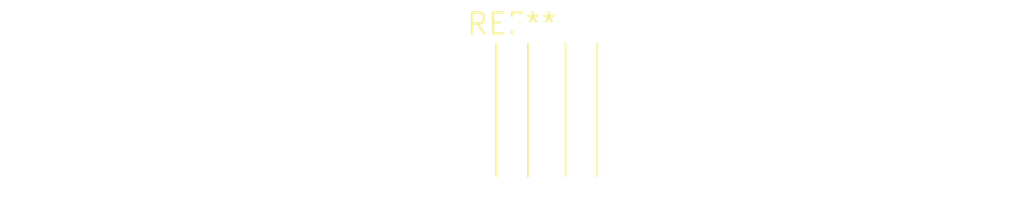
<source format=kicad_pcb>
(kicad_pcb (version 20240108) (generator pcbnew)
  (layers (0 "F.Cu" signal) (31 "B.Cu" signal) (34 "B.Paste" user) (35 "F.Paste" user) (36 "B.SilkS" user "B.Silkscreen") (37 "F.SilkS" user "F.Silkscreen") (38 "B.Mask" user) (39 "F.Mask" user) (44 "Edge.Cuts" user))
  (net 0 "")
  (footprint "SolderWire-0.25sqmm_1x02_P4.2mm_D0.65mm_OD1.7mm_Relief" (layer "F.Cu") (at 0 0)
    (property "Reference" "REF**")
    (property "Value" "SolderWire-0.25sqmm_1x02_P4.2mm_D0.65mm_OD1.7mm_Relief")
    (fp_line (start -0.96 1.185) (end -0.96 9.24) (layer "F.SilkS") (stroke (width 0.12)))
    (fp_line (start 0.96 1.185) (end 0.96 9.24) (layer "F.SilkS") (stroke (width 0.12)))
    (fp_line (start 3.24 1.185) (end 3.24 9.24) (layer "F.SilkS") (stroke (width 0.12)))
    (fp_line (start 5.16 1.185) (end 5.16 9.24) (layer "F.SilkS") (stroke (width 0.12)))
    (pad "" np_thru_hole circle (at 0 10.2) (size 2.2 2.2) (drill 2.2) (layers *.Cu *.Mask))
    (pad "" np_thru_hole circle (at 4.2 10.2) (size 2.2 2.2) (drill 2.2) (layers *.Cu *.Mask))
    (pad "1" thru_hole roundrect (at 0 0) (size 1.85 1.85) (drill 0.85) (layers *.Cu *.Mask) (remove_unused_layers) (roundrect_rratio 0.135135))
    (pad "2" thru_hole circle (at 4.2 0) (size 1.85 1.85) (drill 0.85) (layers *.Cu *.Mask) (remove_unused_layers))
  )
)
</source>
